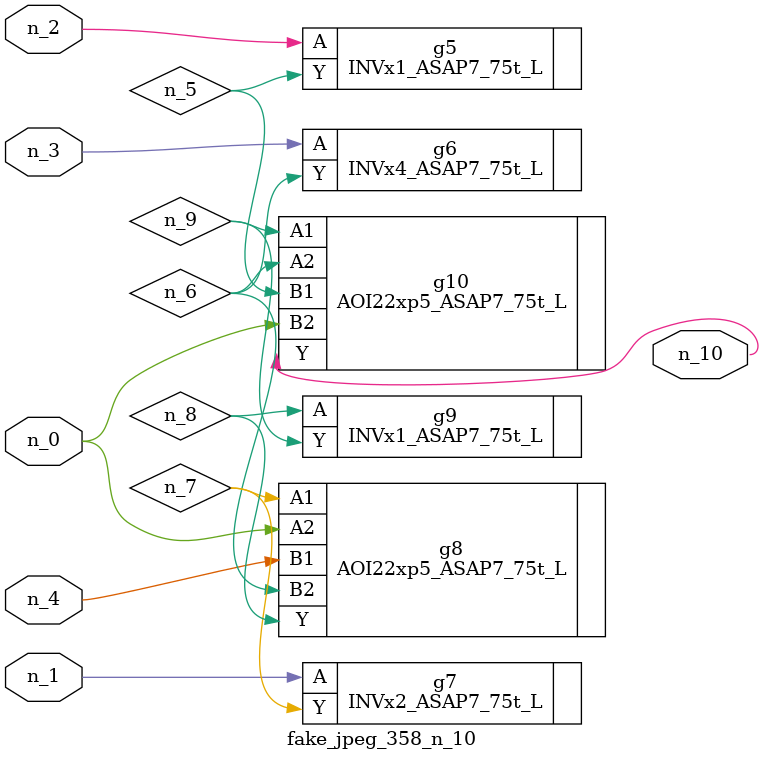
<source format=v>
module fake_jpeg_358_n_10 (n_3, n_2, n_1, n_0, n_4, n_10);

input n_3;
input n_2;
input n_1;
input n_0;
input n_4;

output n_10;

wire n_8;
wire n_9;
wire n_6;
wire n_5;
wire n_7;

INVx1_ASAP7_75t_L g5 ( 
.A(n_2),
.Y(n_5)
);

INVx4_ASAP7_75t_L g6 ( 
.A(n_3),
.Y(n_6)
);

INVx2_ASAP7_75t_L g7 ( 
.A(n_1),
.Y(n_7)
);

AOI22xp5_ASAP7_75t_L g8 ( 
.A1(n_7),
.A2(n_0),
.B1(n_4),
.B2(n_6),
.Y(n_8)
);

INVx1_ASAP7_75t_L g9 ( 
.A(n_8),
.Y(n_9)
);

AOI22xp5_ASAP7_75t_L g10 ( 
.A1(n_9),
.A2(n_6),
.B1(n_5),
.B2(n_0),
.Y(n_10)
);


endmodule
</source>
